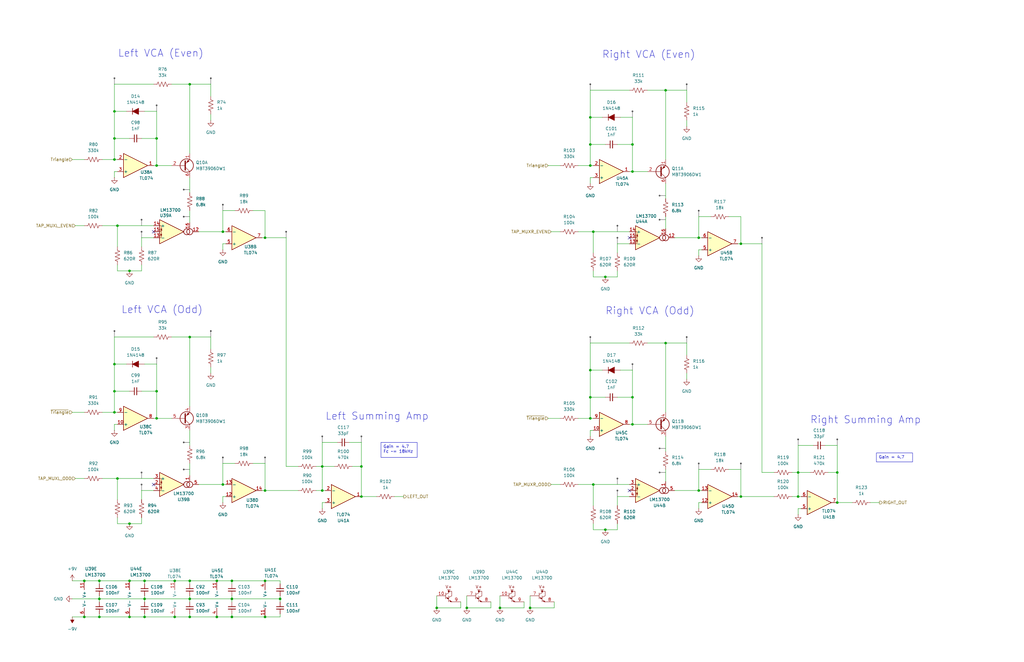
<source format=kicad_sch>
(kicad_sch (version 20250114) (generator "eeschema") (generator_version "9.0")
  (paper "USLedger")
  (title_block (title "Solid State Scanner Vibrato") (date "2024-10-27") (company "Osprey Instruments"))
  (text "Right VCA (Even)" (at 273.558 23.114 0) (effects (font (size 3.048 3.048))))
  (text "Left VCA (Odd)" (at 68.326 130.81 0) (effects (font (size 3.048 3.048))))
  (text "Right Summing Amp" (at 364.998 177.292 0) (effects (font (size 3.048 3.048))))
  (text "Right VCA (Odd)" (at 274.066 131.318 0) (effects (font (size 3.048 3.048))))
  (text "Left Summing Amp" (at 159.004 175.768 0) (effects (font (size 3.048 3.048))))
  (text "Left VCA (Even)" (at 67.818 22.606 0) (effects (font (size 3.048 3.048))))
  (text_box "Gain = 4.7\nFc ~= 18kHz" (at 160.655 186.69 0) (size 15.24 6.35) (margins 0.9525 0.9525 0.9525 0.9525) (effects (font (size 1.27 1.27)) (justify left top)))
  (text_box "Gain = 4.7" (at 369.57 191.135 0) (size 15.24 3.81) (margins 0.9525 0.9525 0.9525 0.9525) (effects (font (size 1.27 1.27)) (justify left top)))
  (junction (at 35.56 260.35))
  (junction (at 80.01 142.24))
  (junction (at 48.26 58.42))
  (junction (at 294.64 207.01))
  (junction (at 80.01 35.56))
  (junction (at 250.19 204.47))
  (junction (at 54.61 260.35))
  (junction (at 336.55 199.39))
  (junction (at 280.67 38.1))
  (junction (at 118.11 252.73))
  (junction (at 73.66 245.11))
  (junction (at 48.26 153.67))
  (junction (at 266.7 179.07))
  (junction (at 91.44 245.11))
  (junction (at 255.27 116.84))
  (junction (at 312.42 102.87))
  (junction (at 280.67 144.78))
  (junction (at 294.64 100.33))
  (junction (at 49.53 201.93))
  (junction (at 91.44 260.35))
  (junction (at 250.19 97.79))
  (junction (at 210.82 256.54))
  (junction (at 184.15 256.54))
  (junction (at 54.61 114.3))
  (junction (at 97.79 252.73))
  (junction (at 111.76 245.11))
  (junction (at 152.4 196.85))
  (junction (at 48.26 67.31))
  (junction (at 66.04 165.1))
  (junction (at 266.7 72.39))
  (junction (at 66.04 176.53))
  (junction (at 41.91 260.35))
  (junction (at 248.92 60.96))
  (junction (at 111.76 207.01))
  (junction (at 248.92 49.53))
  (junction (at 97.79 260.35))
  (junction (at 353.06 212.09))
  (junction (at 54.61 245.11))
  (junction (at 60.96 245.11))
  (junction (at 255.27 223.52))
  (junction (at 49.53 95.25))
  (junction (at 266.7 60.96))
  (junction (at 66.04 58.42))
  (junction (at 248.92 176.53))
  (junction (at 135.89 196.85))
  (junction (at 80.01 252.73))
  (junction (at 93.98 204.47))
  (junction (at 111.76 100.33))
  (junction (at 97.79 245.11))
  (junction (at 66.04 69.85))
  (junction (at 353.06 199.39))
  (junction (at 41.91 252.73))
  (junction (at 266.7 167.64))
  (junction (at 80.01 245.11))
  (junction (at 48.26 165.1))
  (junction (at 248.92 156.21))
  (junction (at 196.85 256.54))
  (junction (at 48.26 46.99))
  (junction (at 48.26 173.99))
  (junction (at 93.98 97.79))
  (junction (at 223.52 256.54))
  (junction (at 73.66 260.35))
  (junction (at 54.61 220.98))
  (junction (at 60.96 260.35))
  (junction (at 312.42 209.55))
  (junction (at 135.89 207.01))
  (junction (at 248.92 69.85))
  (junction (at 336.55 209.55))
  (junction (at 152.4 209.55))
  (junction (at 41.91 245.11))
  (junction (at 35.56 245.11))
  (junction (at 248.92 167.64))
  (junction (at 80.01 260.35))
  (junction (at 60.96 252.73))
  (junction (at 111.76 260.35))
  (no_connect (at 64.77 204.47))
  (no_connect (at 64.77 97.79))
  (no_connect (at 265.43 207.01))
  (no_connect (at 265.43 100.33))
  (wire (pts (xy 248.92 49.53) (xy 248.92 60.96)))
  (wire (pts (xy 243.84 69.85) (xy 248.92 69.85)))
  (wire (pts (xy 118.11 260.35) (xy 111.76 260.35)))
  (wire (pts (xy 231.14 176.53) (xy 236.22 176.53)))
  (wire (pts (xy 66.04 153.67) (xy 66.04 165.1)))
  (wire (pts (xy 30.48 245.11) (xy 35.56 245.11)))
  (wire (pts (xy 30.48 173.99) (xy 35.56 173.99)))
  (wire (pts (xy 60.96 259.08) (xy 60.96 260.35)))
  (wire (pts (xy 250.19 116.84) (xy 255.27 116.84)))
  (wire (pts (xy 280.67 184.15) (xy 280.67 190.5)))
  (wire (pts (xy 266.7 49.53) (xy 266.7 60.96)))
  (wire (pts (xy 294.64 91.44) (xy 299.72 91.44)))
  (wire (pts (xy 210.82 251.46) (xy 210.82 256.54)))
  (wire (pts (xy 48.26 46.99) (xy 53.34 46.99)))
  (wire (pts (xy 93.98 102.87) (xy 93.98 105.41)))
  (wire (pts (xy 83.82 97.79) (xy 93.98 97.79)))
  (wire (pts (xy 184.15 251.46) (xy 184.15 256.54)))
  (wire (pts (xy 248.92 38.1) (xy 248.92 49.53)))
  (wire (pts (xy 59.69 114.3) (xy 54.61 114.3)))
  (wire (pts (xy 250.19 204.47) (xy 265.43 204.47)))
  (wire (pts (xy 152.4 209.55) (xy 158.75 209.55)))
  (wire (pts (xy 353.06 212.09) (xy 359.41 212.09)))
  (wire (pts (xy 97.79 252.73) (xy 118.11 252.73)))
  (wire (pts (xy 232.41 204.47) (xy 236.22 204.47)))
  (wire (pts (xy 49.53 201.93) (xy 49.53 210.82)))
  (wire (pts (xy 80.01 74.93) (xy 80.01 81.28)))
  (wire (pts (xy 321.31 199.39) (xy 326.39 199.39)))
  (wire (pts (xy 49.53 114.3) (xy 54.61 114.3)))
  (wire (pts (xy 49.53 220.98) (xy 54.61 220.98)))
  (wire (pts (xy 80.01 181.61) (xy 80.01 187.96)))
  (wire (pts (xy 207.01 254) (xy 207.01 256.54)))
  (wire (pts (xy 97.79 259.08) (xy 97.79 260.35)))
  (wire (pts (xy 337.82 214.63) (xy 336.55 214.63)))
  (wire (pts (xy 59.69 207.01) (xy 59.69 210.82)))
  (wire (pts (xy 307.34 91.44) (xy 312.42 91.44)))
  (wire (pts (xy 111.76 88.9) (xy 111.76 100.33)))
  (wire (pts (xy 289.56 43.18) (xy 289.56 38.1)))
  (wire (pts (xy 260.35 60.96) (xy 266.7 60.96)))
  (wire (pts (xy 93.98 209.55) (xy 93.98 212.09)))
  (wire (pts (xy 80.01 195.58) (xy 80.01 200.66)))
  (wire (pts (xy 66.04 176.53) (xy 72.39 176.53)))
  (wire (pts (xy 54.61 245.11) (xy 60.96 245.11)))
  (wire (pts (xy 80.01 252.73) (xy 80.01 254)))
  (wire (pts (xy 250.19 220.98) (xy 250.19 223.52)))
  (wire (pts (xy 93.98 97.79) (xy 93.98 88.9)))
  (wire (pts (xy 248.92 167.64) (xy 248.92 176.53)))
  (wire (pts (xy 353.06 199.39) (xy 353.06 212.09)))
  (wire (pts (xy 266.7 72.39) (xy 273.05 72.39)))
  (wire (pts (xy 48.26 142.24) (xy 48.26 153.67)))
  (wire (pts (xy 80.01 260.35) (xy 91.44 260.35)))
  (wire (pts (xy 250.19 181.61) (xy 248.92 181.61)))
  (wire (pts (xy 60.96 153.67) (xy 66.04 153.67)))
  (wire (pts (xy 41.91 246.38) (xy 41.91 245.11)))
  (wire (pts (xy 35.56 245.11) (xy 41.91 245.11)))
  (wire (pts (xy 49.53 111.76) (xy 49.53 114.3)))
  (wire (pts (xy 294.64 198.12) (xy 299.72 198.12)))
  (wire (pts (xy 97.79 260.35) (xy 111.76 260.35)))
  (wire (pts (xy 80.01 171.45) (xy 80.01 142.24)))
  (wire (pts (xy 30.48 252.73) (xy 41.91 252.73)))
  (wire (pts (xy 152.4 196.85) (xy 152.4 209.55)))
  (wire (pts (xy 41.91 252.73) (xy 60.96 252.73)))
  (wire (pts (xy 265.43 102.87) (xy 260.35 102.87)))
  (wire (pts (xy 60.96 251.46) (xy 60.96 252.73)))
  (wire (pts (xy 118.11 251.46) (xy 118.11 252.73)))
  (wire (pts (xy 248.92 156.21) (xy 254 156.21)))
  (wire (pts (xy 118.11 252.73) (xy 118.11 254)))
  (wire (pts (xy 80.01 259.08) (xy 80.01 260.35)))
  (wire (pts (xy 367.03 212.09) (xy 370.84 212.09)))
  (wire (pts (xy 49.53 95.25) (xy 49.53 104.14)))
  (wire (pts (xy 49.53 218.44) (xy 49.53 220.98)))
  (wire (pts (xy 243.84 97.79) (xy 250.19 97.79)))
  (wire (pts (xy 41.91 245.11) (xy 54.61 245.11)))
  (wire (pts (xy 80.01 246.38) (xy 80.01 245.11)))
  (wire (pts (xy 312.42 102.87) (xy 321.31 102.87)))
  (wire (pts (xy 60.96 246.38) (xy 60.96 245.11)))
  (wire (pts (xy 80.01 251.46) (xy 80.01 252.73)))
  (wire (pts (xy 265.43 144.78) (xy 248.92 144.78)))
  (wire (pts (xy 41.91 260.35) (xy 54.61 260.35)))
  (wire (pts (xy 250.19 114.3) (xy 250.19 116.84)))
  (wire (pts (xy 60.96 245.11) (xy 73.66 245.11)))
  (wire (pts (xy 148.59 196.85) (xy 152.4 196.85)))
  (wire (pts (xy 41.91 260.35) (xy 35.56 260.35)))
  (wire (pts (xy 284.48 100.33) (xy 294.64 100.33)))
  (wire (pts (xy 295.91 100.33) (xy 294.64 100.33)))
  (wire (pts (xy 48.26 173.99) (xy 49.53 173.99)))
  (wire (pts (xy 307.34 198.12) (xy 312.42 198.12)))
  (wire (pts (xy 266.7 156.21) (xy 266.7 167.64)))
  (wire (pts (xy 347.98 187.96) (xy 353.06 187.96)))
  (wire (pts (xy 194.31 256.54) (xy 184.15 256.54)))
  (wire (pts (xy 64.77 207.01) (xy 59.69 207.01)))
  (wire (pts (xy 250.19 97.79) (xy 265.43 97.79)))
  (wire (pts (xy 248.92 156.21) (xy 248.92 167.64)))
  (wire (pts (xy 59.69 58.42) (xy 66.04 58.42)))
  (wire (pts (xy 41.91 251.46) (xy 41.91 252.73)))
  (wire (pts (xy 266.7 60.96) (xy 266.7 72.39)))
  (wire (pts (xy 66.04 165.1) (xy 66.04 176.53)))
  (wire (pts (xy 135.89 207.01) (xy 137.16 207.01)))
  (wire (pts (xy 243.84 204.47) (xy 250.19 204.47)))
  (wire (pts (xy 120.65 100.33) (xy 120.65 196.85)))
  (wire (pts (xy 118.11 246.38) (xy 118.11 245.11)))
  (wire (pts (xy 137.16 212.09) (xy 135.89 212.09)))
  (wire (pts (xy 261.62 156.21) (xy 266.7 156.21)))
  (wire (pts (xy 231.14 69.85) (xy 236.22 69.85)))
  (wire (pts (xy 93.98 204.47) (xy 93.98 195.58)))
  (wire (pts (xy 48.26 72.39) (xy 48.26 74.93)))
  (wire (pts (xy 295.91 105.41) (xy 294.64 105.41)))
  (wire (pts (xy 250.19 97.79) (xy 250.19 106.68)))
  (wire (pts (xy 95.25 209.55) (xy 93.98 209.55)))
  (wire (pts (xy 265.43 38.1) (xy 248.92 38.1)))
  (wire (pts (xy 59.69 220.98) (xy 54.61 220.98)))
  (wire (pts (xy 280.67 67.31) (xy 280.67 38.1)))
  (wire (pts (xy 194.31 254) (xy 194.31 256.54)))
  (wire (pts (xy 223.52 251.46) (xy 223.52 256.54)))
  (wire (pts (xy 30.48 67.31) (xy 35.56 67.31)))
  (wire (pts (xy 43.18 95.25) (xy 49.53 95.25)))
  (wire (pts (xy 43.18 67.31) (xy 48.26 67.31)))
  (wire (pts (xy 135.89 212.09) (xy 135.89 214.63)))
  (wire (pts (xy 49.53 72.39) (xy 48.26 72.39)))
  (wire (pts (xy 207.01 256.54) (xy 196.85 256.54)))
  (wire (pts (xy 248.92 176.53) (xy 250.19 176.53)))
  (wire (pts (xy 48.26 35.56) (xy 48.26 46.99)))
  (wire (pts (xy 111.76 245.11) (xy 118.11 245.11)))
  (wire (pts (xy 312.42 209.55) (xy 311.15 209.55)))
  (wire (pts (xy 97.79 245.11) (xy 111.76 245.11)))
  (wire (pts (xy 111.76 207.01) (xy 110.49 207.01)))
  (wire (pts (xy 280.67 173.99) (xy 280.67 144.78)))
  (wire (pts (xy 64.77 142.24) (xy 48.26 142.24)))
  (wire (pts (xy 106.68 195.58) (xy 111.76 195.58)))
  (wire (pts (xy 284.48 207.01) (xy 294.64 207.01)))
  (wire (pts (xy 248.92 69.85) (xy 250.19 69.85)))
  (wire (pts (xy 43.18 173.99) (xy 48.26 173.99)))
  (wire (pts (xy 266.7 72.39) (xy 265.43 72.39)))
  (wire (pts (xy 93.98 195.58) (xy 99.06 195.58)))
  (wire (pts (xy 342.9 187.96) (xy 336.55 187.96)))
  (wire (pts (xy 80.01 142.24) (xy 88.9 142.24)))
  (wire (pts (xy 80.01 64.77) (xy 80.01 35.56)))
  (wire (pts (xy 147.32 186.69) (xy 152.4 186.69)))
  (wire (pts (xy 280.67 198.12) (xy 280.67 203.2)))
  (wire (pts (xy 233.68 254) (xy 233.68 256.54)))
  (wire (pts (xy 248.92 60.96) (xy 255.27 60.96)))
  (wire (pts (xy 43.18 201.93) (xy 49.53 201.93)))
  (wire (pts (xy 31.75 95.25) (xy 35.56 95.25)))
  (wire (pts (xy 294.64 105.41) (xy 294.64 107.95)))
  (wire (pts (xy 250.19 223.52) (xy 255.27 223.52)))
  (wire (pts (xy 196.85 251.46) (xy 196.85 256.54)))
  (wire (pts (xy 48.26 153.67) (xy 53.34 153.67)))
  (wire (pts (xy 260.35 102.87) (xy 260.35 106.68)))
  (wire (pts (xy 295.91 207.01) (xy 294.64 207.01)))
  (wire (pts (xy 91.44 260.35) (xy 97.79 260.35)))
  (wire (pts (xy 48.26 46.99) (xy 48.26 58.42)))
  (wire (pts (xy 294.64 100.33) (xy 294.64 91.44)))
  (wire (pts (xy 280.67 77.47) (xy 280.67 83.82)))
  (wire (pts (xy 250.19 74.93) (xy 248.92 74.93)))
  (wire (pts (xy 60.96 252.73) (xy 60.96 254)))
  (wire (pts (xy 72.39 142.24) (xy 80.01 142.24)))
  (wire (pts (xy 111.76 195.58) (xy 111.76 207.01)))
  (wire (pts (xy 88.9 154.94) (xy 88.9 157.48)))
  (wire (pts (xy 133.35 207.01) (xy 135.89 207.01)))
  (wire (pts (xy 266.7 167.64) (xy 266.7 179.07)))
  (wire (pts (xy 48.26 67.31) (xy 49.53 67.31)))
  (wire (pts (xy 93.98 88.9) (xy 99.06 88.9)))
  (wire (pts (xy 83.82 204.47) (xy 93.98 204.47)))
  (wire (pts (xy 66.04 69.85) (xy 72.39 69.85)))
  (wire (pts (xy 294.64 207.01) (xy 294.64 198.12)))
  (wire (pts (xy 334.01 209.55) (xy 336.55 209.55)))
  (wire (pts (xy 349.25 199.39) (xy 353.06 199.39)))
  (wire (pts (xy 49.53 201.93) (xy 64.77 201.93)))
  (wire (pts (xy 312.42 102.87) (xy 311.15 102.87)))
  (wire (pts (xy 336.55 187.96) (xy 336.55 199.39)))
  (wire (pts (xy 321.31 102.87) (xy 321.31 199.39)))
  (wire (pts (xy 166.37 209.55) (xy 170.18 209.55)))
  (wire (pts (xy 336.55 199.39) (xy 336.55 209.55)))
  (wire (pts (xy 66.04 46.99) (xy 66.04 58.42)))
  (wire (pts (xy 97.79 252.73) (xy 97.79 254)))
  (wire (pts (xy 31.75 201.93) (xy 35.56 201.93)))
  (wire (pts (xy 336.55 199.39) (xy 341.63 199.39)))
  (wire (pts (xy 59.69 165.1) (xy 66.04 165.1)))
  (wire (pts (xy 336.55 214.63) (xy 336.55 217.17)))
  (wire (pts (xy 280.67 91.44) (xy 280.67 96.52)))
  (wire (pts (xy 260.35 114.3) (xy 260.35 116.84)))
  (wire (pts (xy 243.84 176.53) (xy 248.92 176.53)))
  (wire (pts (xy 48.26 153.67) (xy 48.26 165.1)))
  (wire (pts (xy 59.69 100.33) (xy 59.69 104.14)))
  (wire (pts (xy 73.66 260.35) (xy 80.01 260.35)))
  (wire (pts (xy 111.76 100.33) (xy 120.65 100.33)))
  (wire (pts (xy 73.66 245.11) (xy 80.01 245.11)))
  (wire (pts (xy 41.91 252.73) (xy 41.91 254)))
  (wire (pts (xy 66.04 69.85) (xy 64.77 69.85)))
  (wire (pts (xy 72.39 35.56) (xy 80.01 35.56)))
  (wire (pts (xy 80.01 88.9) (xy 80.01 93.98)))
  (wire (pts (xy 88.9 147.32) (xy 88.9 142.24)))
  (wire (pts (xy 80.01 252.73) (xy 97.79 252.73)))
  (wire (pts (xy 273.05 144.78) (xy 280.67 144.78)))
  (wire (pts (xy 248.92 74.93) (xy 248.92 77.47)))
  (wire (pts (xy 232.41 97.79) (xy 236.22 97.79)))
  (wire (pts (xy 48.26 58.42) (xy 48.26 67.31)))
  (wire (pts (xy 48.26 165.1) (xy 54.61 165.1)))
  (wire (pts (xy 60.96 260.35) (xy 73.66 260.35)))
  (wire (pts (xy 97.79 246.38) (xy 97.79 245.11)))
  (wire (pts (xy 152.4 186.69) (xy 152.4 196.85)))
  (wire (pts (xy 41.91 259.08) (xy 41.91 260.35)))
  (wire (pts (xy 265.43 209.55) (xy 260.35 209.55)))
  (wire (pts (xy 248.92 60.96) (xy 248.92 69.85)))
  (wire (pts (xy 106.68 88.9) (xy 111.76 88.9)))
  (wire (pts (xy 135.89 186.69) (xy 135.89 196.85)))
  (wire (pts (xy 312.42 198.12) (xy 312.42 209.55)))
  (wire (pts (xy 289.56 157.48) (xy 289.56 160.02)))
  (wire (pts (xy 312.42 209.55) (xy 326.39 209.55)))
  (wire (pts (xy 97.79 251.46) (xy 97.79 252.73)))
  (wire (pts (xy 48.26 179.07) (xy 48.26 181.61)))
  (wire (pts (xy 248.92 167.64) (xy 255.27 167.64)))
  (wire (pts (xy 280.67 38.1) (xy 289.56 38.1)))
  (wire (pts (xy 54.61 260.35) (xy 60.96 260.35)))
  (wire (pts (xy 334.01 199.39) (xy 336.55 199.39)))
  (wire (pts (xy 260.35 223.52) (xy 255.27 223.52)))
  (wire (pts (xy 260.35 209.55) (xy 260.35 213.36)))
  (wire (pts (xy 312.42 91.44) (xy 312.42 102.87)))
  (wire (pts (xy 135.89 196.85) (xy 135.89 207.01)))
  (wire (pts (xy 220.98 256.54) (xy 210.82 256.54)))
  (wire (pts (xy 60.96 46.99) (xy 66.04 46.99)))
  (wire (pts (xy 294.64 212.09) (xy 294.64 214.63)))
  (wire (pts (xy 95.25 97.79) (xy 93.98 97.79)))
  (wire (pts (xy 48.26 58.42) (xy 54.61 58.42)))
  (wire (pts (xy 66.04 58.42) (xy 66.04 69.85)))
  (wire (pts (xy 91.44 245.11) (xy 97.79 245.11)))
  (wire (pts (xy 59.69 218.44) (xy 59.69 220.98)))
  (wire (pts (xy 30.48 260.35) (xy 35.56 260.35)))
  (wire (pts (xy 260.35 220.98) (xy 260.35 223.52)))
  (wire (pts (xy 233.68 256.54) (xy 223.52 256.54)))
  (wire (pts (xy 120.65 196.85) (xy 125.73 196.85)))
  (wire (pts (xy 220.98 254) (xy 220.98 256.54)))
  (wire (pts (xy 289.56 149.86) (xy 289.56 144.78)))
  (wire (pts (xy 64.77 100.33) (xy 59.69 100.33)))
  (wire (pts (xy 49.53 95.25) (xy 64.77 95.25)))
  (wire (pts (xy 95.25 204.47) (xy 93.98 204.47)))
  (wire (pts (xy 266.7 179.07) (xy 265.43 179.07)))
  (wire (pts (xy 261.62 49.53) (xy 266.7 49.53)))
  (wire (pts (xy 88.9 40.64) (xy 88.9 35.56)))
  (wire (pts (xy 111.76 100.33) (xy 110.49 100.33)))
  (wire (pts (xy 60.96 252.73) (xy 80.01 252.73)))
  (wire (pts (xy 336.55 209.55) (xy 337.82 209.55)))
  (wire (pts (xy 248.92 49.53) (xy 254 49.53)))
  (wire (pts (xy 135.89 196.85) (xy 140.97 196.85)))
  (wire (pts (xy 49.53 179.07) (xy 48.26 179.07)))
  (wire (pts (xy 95.25 102.87) (xy 93.98 102.87)))
  (wire (pts (xy 248.92 144.78) (xy 248.92 156.21)))
  (wire (pts (xy 48.26 165.1) (xy 48.26 173.99)))
  (wire (pts (xy 260.35 116.84) (xy 255.27 116.84)))
  (wire (pts (xy 273.05 38.1) (xy 280.67 38.1)))
  (wire (pts (xy 66.04 176.53) (xy 64.77 176.53)))
  (wire (pts (xy 88.9 48.26) (xy 88.9 50.8)))
  (wire (pts (xy 80.01 245.11) (xy 91.44 245.11)))
  (wire (pts (xy 250.19 204.47) (xy 250.19 213.36)))
  (wire (pts (xy 118.11 259.08) (xy 118.11 260.35)))
  (wire (pts (xy 289.56 50.8) (xy 289.56 53.34)))
  (wire (pts (xy 59.69 111.76) (xy 59.69 114.3)))
  (wire (pts (xy 80.01 35.56) (xy 88.9 35.56)))
  (wire (pts (xy 64.77 35.56) (xy 48.26 35.56)))
  (wire (pts (xy 280.67 144.78) (xy 289.56 144.78)))
  (wire (pts (xy 248.92 181.61) (xy 248.92 184.15)))
  (wire (pts (xy 295.91 212.09) (xy 294.64 212.09)))
  (wire (pts (xy 353.06 187.96) (xy 353.06 199.39)))
  (wire (pts (xy 260.35 167.64) (xy 266.7 167.64)))
  (wire (pts (xy 133.35 196.85) (xy 135.89 196.85)))
  (wire (pts (xy 266.7 179.07) (xy 273.05 179.07)))
  (wire (pts (xy 111.76 207.01) (xy 125.73 207.01)))
  (wire (pts (xy 142.24 186.69) (xy 135.89 186.69)))
  (hierarchical_label "~{Triangle}" (shape input) (at 30.48 173.99 180))
  (hierarchical_label "LEFT_OUT" (shape output) (at 170.18 209.55 0))
  (hierarchical_label "TAP_MUXR_EVEN" (shape input) (at 232.41 97.79 180))
  (hierarchical_label "~{Triangle}" (shape input) (at 231.14 176.53 180))
  (hierarchical_label "Triangle" (shape input) (at 30.48 67.31 180))
  (hierarchical_label "TAP_MUXL_ODD" (shape input) (at 31.75 201.93 180))
  (hierarchical_label "Triangle" (shape input) (at 231.14 69.85 180))
  (hierarchical_label "TAP_MUXR_ODD" (shape input) (at 232.41 204.47 180))
  (hierarchical_label "RIGHT_OUT" (shape output) (at 370.84 212.09 0))
  (hierarchical_label "TAP_MUXL_EVEN" (shape input) (at 31.75 95.25 180))
  (netclass_flag "" (length 2.54) (shape dot) (at 336.55 187.96 0) (property "Netclass" "SIG" (effects (hide yes))))
  (netclass_flag "" (length 2.54) (shape dot) (at 48.26 142.24 0) (property "Netclass" "SIG" (effects (hide yes))))
  (netclass_flag "" (length 2.54) (shape dot) (at 248.92 144.78 0) (property "Netclass" "SIG" (effects (hide yes))))
  (netclass_flag "" (length 2.54) (shape dot) (at 260.35 209.55 0) (property "Netclass" "SIG" (effects (hide yes))))
  (netclass_flag "" (length 2.54) (shape dot) (at 321.31 102.87 0) (property "Netclass" "SIG" (effects (hide yes))))
  (netclass_flag "" (length 2.54) (shape dot) (at 59.69 95.25 0) (property "Netclass" "SIG" (effects (hide yes))))
  (netclass_flag "" (length 2.54) (shape dot) (at 312.42 198.12 0) (property "Netclass" "SIG" (effects (hide yes))))
  (netclass_flag "" (length 2.54) (shape dot) (at 66.04 153.67 0) (property "Netclass" "SIG" (effects (hide yes))))
  (netclass_flag "" (length 2.54) (shape dot) (at 59.69 201.93 0) (property "Netclass" "SIG" (effects (hide yes))))
  (netclass_flag "" (length 2.54) (shape dot) (at 260.35 102.87 0) (property "Netclass" "SIG" (effects (hide yes))))
  (netclass_flag "" (length 2.54) (shape dot) (at 80.01 91.44 90) (property "Netclass" "SIG" (effects (hide yes))))
  (netclass_flag "" (length 2.54) (shape dot) (at 260.35 97.79 0) (property "Netclass" "SIG" (effects (hide yes))))
  (netclass_flag "" (length 2.54) (shape dot) (at 88.9 142.24 0) (property "Netclass" "SIG" (effects (hide yes))))
  (netclass_flag "" (length 2.54) (shape dot) (at 266.7 156.21 0) (property "Netclass" "SIG" (effects (hide yes))))
  (netclass_flag "" (length 2.54) (shape dot) (at 152.4 186.69 0) (property "Netclass" "SIG" (effects (hide yes))))
  (netclass_flag "" (length 2.54) (shape dot) (at 80.01 198.12 90) (property "Netclass" "SIG" (effects (hide yes))))
  (netclass_flag "" (length 2.54) (shape dot) (at 59.69 100.33 0) (property "Netclass" "SIG" (effects (hide yes))))
  (netclass_flag "" (length 2.54) (shape dot) (at 280.67 199.39 90) (property "Netclass" "SIG" (effects (hide yes))))
  (netclass_flag "" (length 2.54) (shape dot) (at 135.89 186.69 0) (property "Netclass" "SIG" (effects (hide yes))))
  (netclass_flag "" (length 2.54) (shape dot) (at 93.98 88.9 0) (property "Netclass" "SIG" (effects (hide yes))))
  (netclass_flag "" (length 2.54) (shape dot) (at 280.67 92.71 90) (property "Netclass" "SIG" (effects (hide yes))))
  (netclass_flag "" (length 2.54) (shape dot) (at 80.01 186.69 90) (property "Netclass" "SIG" (effects (hide yes))))
  (netclass_flag "" (length 2.54) (shape dot) (at 280.67 189.23 90) (property "Netclass" "SIG" (effects (hide yes))))
  (netclass_flag "" (length 2.54) (shape dot) (at 353.06 187.96 0) (property "Netclass" "SIG" (effects (hide yes))))
  (netclass_flag "" (length 2.54) (shape dot) (at 280.67 82.55 90) (property "Netclass" "SIG" (effects (hide yes))))
  (netclass_flag "" (length 2.54) (shape dot) (at 248.92 38.1 0) (property "Netclass" "SIG" (effects (hide yes))))
  (netclass_flag "" (length 2.54) (shape dot) (at 120.65 100.33 0) (property "Netclass" "SIG" (effects (hide yes))))
  (netclass_flag "" (length 2.54) (shape dot) (at 59.69 207.01 0) (property "Netclass" "SIG" (effects (hide yes))))
  (netclass_flag "" (length 2.54) (shape dot) (at 66.04 46.99 0) (property "Netclass" "SIG" (effects (hide yes))))
  (netclass_flag "" (length 2.54) (shape dot) (at 111.76 195.58 0) (property "Netclass" "SIG" (effects (hide yes))))
  (netclass_flag "" (length 2.54) (shape dot) (at 88.9 35.56 0) (property "Netclass" "SIG" (effects (hide yes))))
  (netclass_flag "" (length 2.54) (shape dot) (at 289.56 38.1 0) (property "Netclass" "SIG" (effects (hide yes))))
  (netclass_flag "" (length 2.54) (shape dot) (at 80.01 80.01 90) (property "Netclass" "SIG" (effects (hide yes))))
  (netclass_flag "" (length 2.54) (shape dot) (at 260.35 204.47 0) (property "Netclass" "SIG" (effects (hide yes))))
  (netclass_flag "" (length 2.54) (shape dot) (at 289.56 144.78 0) (property "Netclass" "SIG" (effects (hide yes))))
  (netclass_flag "" (length 2.54) (shape dot) (at 93.98 195.58 0) (property "Netclass" "SIG" (effects (hide yes))))
  (netclass_flag "" (length 2.54) (shape dot) (at 266.7 49.53 0) (property "Netclass" "SIG" (effects (hide yes))))
  (netclass_flag "" (length 2.54) (shape dot) (at 48.26 35.56 0) (property "Netclass" "SIG" (effects (hide yes))))
  (netclass_flag "" (length 2.54) (shape dot) (at 294.64 198.12 0) (property "Netclass" "SIG" (effects (hide yes))))
  (netclass_flag "" (length 2.54) (shape dot) (at 294.64 91.44 0) (property "Netclass" "SIG" (effects (hide yes))))
  (symbol (lib_id "power:GND") (at 135.89 214.63 0) (unit 1)
    (property "Reference" "#PWR0177" (effects (hide yes)))
    (property "Value" "GND" (at 135.89 219.71 0))
    (property "Description" "Power symbol creates a global label with name \"GND\" , ground" (effects (hide yes)))
  )
  (symbol (lib_id "OspreyIntruments:LM13700") (at 189.23 251.46 0) (unit 3)
    (property "Reference" "U39" (at 189.23 241.3 0))
    (property "Value" "LM13700" (at 189.23 243.84 0))
    (property "Footprint" "Package_SO:SOIC-16_3.9x9.9mm_P1.27mm" (effects (hide yes)))
    (property "Datasheet" "https://rocelec.widen.net/view/pdf/i0whh3ljrz/snosbw2f.pdf?t.download=true&u=5oefqw" (effects (hide yes)))
    (property "Description" "IC OPAMP TRANSCOND 2 CIRC 16SOIC" (effects (hide yes)))
    (property "Manufacturer" "Texas Instruments" (effects (hide yes)))
    (property "Part Number" "LM13700MX/NOPB" (effects (hide yes)))
  )
  (symbol (lib_id "Device:C_Small") (at 144.78 186.69 90) (unit 1)
    (property "Reference" "C117" (at 144.7863 180.34 90))
    (property "Value" "33pF" (at 144.7863 182.88 90))
    (property "Footprint" "Capacitor_SMD:C_0603_1608Metric" (effects (hide yes)))
    (property "Description" "Unpolarized capacitor, small symbol" (effects (hide yes)))
  )
  (symbol (lib_id "power:GND") (at 294.64 107.95 0) (unit 1)
    (property "Reference" "#PWR0187" (effects (hide yes)))
    (property "Value" "GND" (at 294.64 113.03 0))
    (property "Description" "Power symbol creates a global label with name \"GND\" , ground" (effects (hide yes)))
  )
  (symbol (lib_id "Device:R_US") (at 303.53 198.12 270) (unit 1)
    (property "Reference" "R118" (at 303.53 191.77 90))
    (property "Value" "18k" (at 303.53 194.31 90))
    (property "Footprint" "Resistor_SMD:R_0603_1608Metric" (effects (hide yes)))
    (property "Description" "Resistor, US symbol" (effects (hide yes)))
  )
  (symbol (lib_id "Device:R_US") (at 80.01 191.77 180) (unit 1)
    (property "Reference" "R96" (at 82.55 190.4999 0) (effects (justify right)))
    (property "Value" "6.8k" (at 82.55 193.0399 0) (effects (justify right)))
    (property "Footprint" "Resistor_SMD:R_0603_1608Metric" (effects (hide yes)))
    (property "Description" "Resistor, US symbol" (effects (hide yes)))
  )
  (symbol (lib_id "Device:R_US") (at 250.19 217.17 180) (unit 1)
    (property "Reference" "R108" (at 252.73 215.8999 0) (effects (justify right)))
    (property "Value" "620R" (at 252.73 218.4399 0) (effects (justify right)))
    (property "Footprint" "Resistor_SMD:R_0603_1608Metric" (effects (hide yes)))
    (property "Description" "Resistor, US symbol" (effects (hide yes)))
  )
  (symbol (lib_id "power:GND") (at 54.61 114.3 0) (unit 1)
    (property "Reference" "#PWR0169" (effects (hide yes)))
    (property "Value" "GND" (at 54.61 119.38 0))
    (property "Description" "Power symbol creates a global label with name \"GND\" , ground" (effects (hide yes)))
  )
  (symbol (lib_id "Device:C_Small") (at 57.15 58.42 90) (unit 1)
    (property "Reference" "C98" (at 57.1563 51.724 90))
    (property "Value" "1nF" (at 57.1563 54.264 90))
    (property "Footprint" "Capacitor_SMD:C_0603_1608Metric" (effects (hide yes)))
    (property "Description" "Unpolarized capacitor, small symbol" (effects (hide yes)))
  )
  (symbol (lib_id "Device:C_Small") (at 57.15 165.1 90) (unit 1)
    (property "Reference" "C99" (at 57.1563 158.404 90))
    (property "Value" "1nF" (at 57.1563 160.944 90))
    (property "Footprint" "Capacitor_SMD:C_0603_1608Metric" (effects (hide yes)))
    (property "Description" "Unpolarized capacitor, small symbol" (effects (hide yes)))
  )
  (symbol (lib_id "Amplifier_Operational:TL074") (at 93.98 252.73 0) (mirror x) (unit 5)
    (property "Reference" "U45" (at 94.234 240.792 0) (effects (justify right)))
    (property "Value" "TL074" (at 94.234 243.332 0) (effects (justify right)))
    (property "Footprint" "Package_SO:TSSOP-14_4.4x5mm_P0.65mm" (effects (hide yes)))
    (property "Datasheet" "https://www.ti.com/lit/ds/symlink/tl071h.pdf" (effects (hide yes)))
    (property "Description" "Quad Low-Noise JFET-Input Operational Amplifiers, DIP-14/SOIC-14" (effects (hide yes)))
    (property "Manufacturer" "Texas Instruments" (effects (hide yes)))
    (property "Part Number" "TL074HIPWR" (effects (hide yes)))
  )
  (symbol (lib_id "Amplifier_Operational:TL074") (at 303.53 102.87 0) (mirror x) (unit 2)
    (property "Reference" "U45" (at 306.324 106.68 0))
    (property "Value" "TL074" (at 306.324 109.22 0))
    (property "Footprint" "Package_SO:TSSOP-14_4.4x5mm_P0.65mm" (effects (hide yes)))
    (property "Datasheet" "https://www.ti.com/lit/ds/symlink/tl071h.pdf" (effects (hide yes)))
    (property "Description" "Quad Low-Noise JFET-Input Operational Amplifiers, DIP-14/SOIC-14" (effects (hide yes)))
    (property "Manufacturer" "Texas Instruments" (effects (hide yes)))
    (property "Part Number" "TL074HIPWR" (effects (hide yes)))
  )
  (symbol (lib_id "Device:C_Small") (at 41.91 248.92 0) (unit 1)
    (property "Reference" "C106" (at 44.45 247.6562 0) (effects (justify left)))
    (property "Value" "100nF" (at 44.45 250.1962 0) (effects (justify left)))
    (property "Footprint" "Capacitor_SMD:C_0603_1608Metric" (effects (hide yes)))
    (property "Description" "Unpolarized capacitor, small symbol" (effects (hide yes)))
  )
  (symbol (lib_id "power:GND") (at 30.48 252.73 270) (unit 1)
    (property "Reference" "#PWR0191" (effects (hide yes)))
    (property "Value" "GND" (at 26.67 252.7299 90) (effects (justify right)))
    (property "Description" "Power symbol creates a global label with name \"GND\" , ground" (effects (hide yes)))
  )
  (symbol (lib_id "Device:R_US") (at 280.67 87.63 180) (unit 1)
    (property "Reference" "R113" (at 283.21 86.3599 0) (effects (justify right)))
    (property "Value" "6.8k" (at 283.21 88.8999 0) (effects (justify right)))
    (property "Footprint" "Resistor_SMD:R_0603_1608Metric" (effects (hide yes)))
    (property "Description" "Resistor, US symbol" (effects (hide yes)))
  )
  (symbol (lib_id "Device:R_US") (at 144.78 196.85 270) (unit 1)
    (property "Reference" "R100" (at 144.78 190.5 90))
    (property "Value" "470k" (at 144.78 193.04 90))
    (property "Footprint" "Resistor_SMD:R_0603_1608Metric" (effects (hide yes)))
    (property "Description" "Resistor, US symbol" (effects (hide yes)))
  )
  (symbol (lib_id "Device:C_Small") (at 118.11 248.92 0) (unit 1)
    (property "Reference" "C110" (at 120.65 247.6562 0) (effects (justify left)))
    (property "Value" "100nF" (at 120.65 250.1962 0) (effects (justify left)))
    (property "Footprint" "Capacitor_SMD:C_0603_1608Metric" (effects (hide yes)))
    (property "Description" "Unpolarized capacitor, small symbol" (effects (hide yes)))
  )
  (symbol (lib_id "Device:D_Filled") (at 57.15 46.99 0) (unit 1)
    (property "Reference" "D14" (at 57.15 40.64 0))
    (property "Value" "1N4148" (at 57.15 43.18 0))
    (property "Footprint" "Diode_SMD:D_SOD-523" (effects (hide yes)))
    (property "Description" "Diode, filled shape" (effects (hide yes)))
    (property "Sim.Device" "D" (effects (hide yes)))
    (property "Sim.Pins" "1=K 2=A" (effects (hide yes)))
    (property "Manufacturer" "onsemi" (effects (hide yes)))
    (property "Part Number" "1N4148WT" (effects (hide yes)))
  )
  (symbol (lib_id "Device:C_Small") (at 345.44 187.96 90) (unit 1)
    (property "Reference" "C118" (at 345.4463 181.61 90))
    (property "Value" "33pF" (at 345.4463 184.15 90))
    (property "Footprint" "Capacitor_SMD:C_0603_1608Metric" (effects (hide yes)))
    (property "Description" "Unpolarized capacitor, small symbol" (effects (hide yes)))
  )
  (symbol (lib_id "Device:R_US") (at 39.37 67.31 270) (unit 1)
    (property "Reference" "R80" (at 39.37 60.96 90))
    (property "Value" "330k" (at 39.37 63.5 90))
    (property "Footprint" "Resistor_SMD:R_0603_1608Metric" (effects (hide yes)))
    (property "Description" "Resistor, US symbol" (effects (hide yes)))
  )
  (symbol (lib_id "Amplifier_Operational:TL074") (at 303.53 209.55 0) (mirror x) (unit 4)
    (property "Reference" "U45" (at 307.086 213.614 0))
    (property "Value" "TL074" (at 307.086 216.154 0))
    (property "Footprint" "Package_SO:TSSOP-14_4.4x5mm_P0.65mm" (effects (hide yes)))
    (property "Datasheet" "https://www.ti.com/lit/ds/symlink/tl071h.pdf" (effects (hide yes)))
    (property "Description" "Quad Low-Noise JFET-Input Operational Amplifiers, DIP-14/SOIC-14" (effects (hide yes)))
    (property "Manufacturer" "Texas Instruments" (effects (hide yes)))
    (property "Part Number" "TL074HIPWR" (effects (hide yes)))
  )
  (symbol (lib_id "Device:R_US") (at 39.37 95.25 270) (unit 1)
    (property "Reference" "R82" (at 39.37 88.9 90))
    (property "Value" "100k" (at 39.37 91.44 90))
    (property "Footprint" "Resistor_SMD:R_0603_1608Metric" (effects (hide yes)))
    (property "Description" "Resistor, US symbol" (effects (hide yes)))
  )
  (symbol (lib_id "Device:R_US") (at 240.03 97.79 270) (unit 1)
    (property "Reference" "R104" (at 240.03 91.44 90))
    (property "Value" "100k" (at 240.03 93.98 90))
    (property "Footprint" "Resistor_SMD:R_0603_1608Metric" (effects (hide yes)))
    (property "Description" "Resistor, US symbol" (effects (hide yes)))
  )
  (symbol (lib_id "Amplifier_Operational:TL074") (at 345.44 212.09 0) (mirror x) (unit 2)
    (property "Reference" "U41" (at 349.504 218.186 0))
    (property "Value" "TL074" (at 349.504 215.646 0))
    (property "Footprint" "Package_SO:TSSOP-14_4.4x5mm_P0.65mm" (effects (hide yes)))
    (property "Datasheet" "https://www.ti.com/lit/ds/symlink/tl071h.pdf" (effects (hide yes)))
    (property "Description" "Quad Low-Noise JFET-Input Operational Amplifiers, DIP-14/SOIC-14" (effects (hide yes)))
    (property "Manufacturer" "Texas Instruments" (effects (hide yes)))
    (property "Part Number" "TL074HIPWR" (effects (hide yes)))
  )
  (symbol (lib_id "power:GND") (at 196.85 256.54 0) (unit 1)
    (property "Reference" "#PWR0176" (effects (hide yes)))
    (property "Value" "GND" (at 196.85 261.62 0))
    (property "Description" "Power symbol creates a global label with name \"GND\" , ground" (effects (hide yes)))
  )
  (symbol (lib_id "Device:R_US") (at 162.56 209.55 270) (unit 1)
    (property "Reference" "R102" (at 162.56 203.2 90))
    (property "Value" "1k" (at 162.56 205.74 90))
    (property "Footprint" "Resistor_SMD:R_0603_1608Metric" (effects (hide yes)))
    (property "Description" "Resistor, US symbol" (effects (hide yes)))
  )
  (symbol (lib_id "power:GND") (at 184.15 256.54 0) (unit 1)
    (property "Reference" "#PWR0175" (effects (hide yes)))
    (property "Value" "GND" (at 184.15 261.62 0))
    (property "Description" "Power symbol creates a global label with name \"GND\" , ground" (effects (hide yes)))
  )
  (symbol (lib_id "Device:R_US") (at 102.87 88.9 270) (unit 1)
    (property "Reference" "R89" (at 102.87 82.55 90))
    (property "Value" "18k" (at 102.87 85.09 90))
    (property "Footprint" "Resistor_SMD:R_0603_1608Metric" (effects (hide yes)))
    (property "Description" "Resistor, US symbol" (effects (hide yes)))
  )
  (symbol (lib_id "power:GND") (at 248.92 77.47 0) (unit 1)
    (property "Reference" "#PWR0181" (effects (hide yes)))
    (property "Value" "GND" (at 248.92 82.55 0))
    (property "Description" "Power symbol creates a global label with name \"GND\" , ground" (effects (hide yes)))
  )
  (symbol (lib_id "power:GND") (at 255.27 116.84 0) (unit 1)
    (property "Reference" "#PWR0183" (effects (hide yes)))
    (property "Value" "GND" (at 255.27 121.92 0))
    (property "Description" "Power symbol creates a global label with name \"GND\" , ground" (effects (hide yes)))
  )
  (symbol (lib_id "Device:R_US") (at 88.9 151.13 180) (unit 1)
    (property "Reference" "R97" (at 91.44 149.8599 0) (effects (justify right)))
    (property "Value" "1k" (at 91.44 152.3999 0) (effects (justify right)))
    (property "Footprint" "Resistor_SMD:R_0603_1608Metric" (effects (hide yes)))
    (property "Description" "Resistor, US symbol" (effects (hide yes)))
  )
  (symbol (lib_id "power:GND") (at 48.26 74.93 0) (unit 1)
    (property "Reference" "#PWR0167" (effects (hide yes)))
    (property "Value" "GND" (at 48.26 80.01 0))
    (property "Description" "Power symbol creates a global label with name \"GND\" , ground" (effects (hide yes)))
  )
  (symbol (lib_id "power:GND") (at 255.27 223.52 0) (unit 1)
    (property "Reference" "#PWR0184" (effects (hide yes)))
    (property "Value" "GND" (at 255.27 228.6 0))
    (property "Description" "Power symbol creates a global label with name \"GND\" , ground" (effects (hide yes)))
  )
  (symbol (lib_id "power:GND") (at 210.82 256.54 0) (unit 1)
    (property "Reference" "#PWR0179" (effects (hide yes)))
    (property "Value" "GND" (at 210.82 261.62 0))
    (property "Description" "Power symbol creates a global label with name \"GND\" , ground" (effects (hide yes)))
  )
  (symbol (lib_id "power:+9V") (at 30.48 245.11 0) (unit 1)
    (property "Reference" "#PWR0192" (effects (hide yes)))
    (property "Value" "+9V" (at 30.48 240.03 0))
    (property "Description" "Power symbol creates a global label with name \"+9V\"" (effects (hide yes)))
  )
  (symbol (lib_id "Device:D_Filled") (at 57.15 153.67 0) (unit 1)
    (property "Reference" "D15" (at 57.15 147.32 0))
    (property "Value" "1N4148" (at 57.15 149.86 0))
    (property "Footprint" "Diode_SMD:D_SOD-523" (effects (hide yes)))
    (property "Description" "Diode, filled shape" (effects (hide yes)))
    (property "Sim.Device" "D" (effects (hide yes)))
    (property "Sim.Pins" "1=K 2=A" (effects (hide yes)))
    (property "Manufacturer" "onsemi" (effects (hide yes)))
    (property "Part Number" "1N4148WT" (effects (hide yes)))
  )
  (symbol (lib_id "power:GND") (at 289.56 160.02 0) (unit 1)
    (property "Reference" "#PWR0186" (effects (hide yes)))
    (property "Value" "GND" (at 289.56 165.1 0))
    (property "Description" "Power symbol creates a global label with name \"GND\" , ground" (effects (hide yes)))
  )
  (symbol (lib_id "Device:R_US") (at 240.03 176.53 270) (unit 1)
    (property "Reference" "R105" (at 240.03 170.18 90))
    (property "Value" "330k" (at 240.03 172.72 90))
    (property "Footprint" "Resistor_SMD:R_0603_1608Metric" (effects (hide yes)))
    (property "Description" "Resistor, US symbol" (effects (hide yes)))
  )
  (symbol (lib_id "Device:R_US") (at 39.37 201.93 270) (unit 1)
    (property "Reference" "R92" (at 39.37 195.58 90))
    (property "Value" "100k" (at 39.37 198.12 90))
    (property "Footprint" "Resistor_SMD:R_0603_1608Metric" (effects (hide yes)))
    (property "Description" "Resistor, US symbol" (effects (hide yes)))
  )
  (symbol (lib_id "Transistor_BJT:MBT3906DW1") (at 77.47 69.85 0) (mirror x) (unit 1)
    (property "Reference" "Q10" (at 82.55 68.5799 0) (effects (justify left)))
    (property "Value" "MBT3906DW1" (at 82.55 71.1199 0) (effects (justify left)))
    (property "Footprint" "Package_TO_SOT_SMD:SOT-363_SC-70-6" (effects (hide yes)))
    (property "Datasheet" "http://www.onsemi.com/pub_link/Collateral/MBT3906DW1T1-D.PDF" (effects (hide yes)))
    (property "Description" "200mA IC, 40V Vce, Dual PNP/PNP Transistors, SOT-363" (effects (hide yes)))
    (property "Manufacturer" "onsemi" (effects (hide yes)))
    (property "Part Number" "MBT3906DW1T1G" (effects (hide yes)))
  )
  (symbol (lib_id "Amplifier_Operational:TL074") (at 76.2 252.73 0) (mirror x) (unit 5)
    (property "Reference" "U38" (at 76.454 240.792 0) (effects (justify right)))
    (property "Value" "TL074" (at 76.454 243.332 0) (effects (justify right)))
    (property "Footprint" "Package_SO:TSSOP-14_4.4x5mm_P0.65mm" (effects (hide yes)))
    (property "Datasheet" "https://www.ti.com/lit/ds/symlink/tl071h.pdf" (effects (hide yes)))
    (property "Description" "Quad Low-Noise JFET-Input Operational Amplifiers, DIP-14/SOIC-14" (effects (hide yes)))
    (property "Manufacturer" "Texas Instruments" (effects (hide yes)))
    (property "Part Number" "TL074HIPWR" (effects (hide yes)))
  )
  (symbol (lib_id "OspreyIntruments:LM13700") (at 54.61 252.73 0) (unit 5)
    (property "Reference" "U44" (at 54.864 240.03 0) (effects (justify left)))
    (property "Value" "LM13700" (at 54.864 242.57 0) (effects (justify left)))
    (property "Footprint" "Package_SO:SOIC-16_3.9x9.9mm_P1.27mm" (effects (hide yes)))
    (property "Datasheet" "https://rocelec.widen.net/view/pdf/i0whh3ljrz/snosbw2f.pdf?t.download=true&u=5oefqw" (effects (hide yes)))
    (property "Description" "IC OPAMP TRANSCOND 2 CIRC 16SOIC" (effects (hide yes)))
    (property "Manufacturer" "Texas Instruments" (effects (hide yes)))
    (property "Part Number" "LM13700MX/NOPB" (effects (hide yes)))
  )
  (symbol (lib_id "Device:R_US") (at 49.53 107.95 180) (unit 1)
    (property "Reference" "R86" (at 52.07 106.6799 0) (effects (justify right)))
    (property "Value" "620R" (at 52.07 109.2199 0) (effects (justify right)))
    (property "Footprint" "Resistor_SMD:R_0603_1608Metric" (effects (hide yes)))
    (property "Description" "Resistor, US symbol" (effects (hide yes)))
  )
  (symbol (lib_id "Device:C_Small") (at 60.96 256.54 0) (unit 1)
    (property "Reference" "C109" (at 63.5 255.2762 0) (effects (justify left)))
    (property "Value" "100nF" (at 63.5 257.8162 0) (effects (justify left)))
    (property "Footprint" "Capacitor_SMD:C_0603_1608Metric" (effects (hide yes)))
    (property "Description" "Unpolarized capacitor, small symbol" (effects (hide yes)))
  )
  (symbol (lib_id "OspreyIntruments:LM13700") (at 67.31 97.79 0) (mirror x) (unit 1)
    (property "Reference" "U39" (at 69.85 90.932 0))
    (property "Value" "LM13700" (at 71.882 88.646 0))
    (property "Footprint" "Package_SO:SOIC-16_3.9x9.9mm_P1.27mm" (effects (hide yes)))
    (property "Datasheet" "https://rocelec.widen.net/view/pdf/i0whh3ljrz/snosbw2f.pdf?t.download=true&u=5oefqw" (effects (hide yes)))
    (property "Description" "IC OPAMP TRANSCOND 2 CIRC 16SOIC" (effects (hide yes)))
    (property "Manufacturer" "Texas Instruments" (effects (hide yes)))
    (property "Part Number" "LM13700MX/NOPB" (effects (hide yes)))
  )
  (symbol (lib_id "Device:C_Small") (at 80.01 256.54 0) (unit 1)
    (property "Reference" "C93" (at 82.55 255.2762 0) (effects (justify left)))
    (property "Value" "100nF" (at 82.55 257.8162 0) (effects (justify left)))
    (property "Footprint" "Capacitor_SMD:C_0603_1608Metric" (effects (hide yes)))
    (property "Description" "Unpolarized capacitor, small symbol" (effects (hide yes)))
  )
  (symbol (lib_id "Device:R_US") (at 345.44 199.39 270) (unit 1)
    (property "Reference" "R121" (at 345.44 193.04 90))
    (property "Value" "470k" (at 345.44 195.58 90))
    (property "Footprint" "Resistor_SMD:R_0603_1608Metric" (effects (hide yes)))
    (property "Description" "Resistor, US symbol" (effects (hide yes)))
  )
  (symbol (lib_id "Device:R_US") (at 289.56 153.67 180) (unit 1)
    (property "Reference" "R116" (at 292.1 152.3999 0) (effects (justify right)))
    (property "Value" "1k" (at 292.1 154.9399 0) (effects (justify right)))
    (property "Footprint" "Resistor_SMD:R_0603_1608Metric" (effects (hide yes)))
    (property "Description" "Resistor, US symbol" (effects (hide yes)))
  )
  (symbol (lib_id "Amplifier_Operational:TL074") (at 57.15 176.53 0) (mirror x) (unit 3)
    (property "Reference" "U38" (at 61.468 180.086 0))
    (property "Value" "TL074" (at 61.468 182.626 0))
    (property "Footprint" "Package_SO:TSSOP-14_4.4x5mm_P0.65mm" (effects (hide yes)))
    (property "Datasheet" "https://www.ti.com/lit/ds/symlink/tl071h.pdf" (effects (hide yes)))
    (property "Description" "Quad Low-Noise JFET-Input Operational Amplifiers, DIP-14/SOIC-14" (effects (hide yes)))
    (property "Manufacturer" "Texas Instruments" (effects (hide yes)))
    (property "Part Number" "TL074HIPWR" (effects (hide yes)))
  )
  (symbol (lib_id "Amplifier_Operational:TL074") (at 144.78 209.55 0) (mirror x) (unit 1)
    (property "Reference" "U41" (at 144.78 219.71 0))
    (property "Value" "TL074" (at 144.78 217.17 0))
    (property "Footprint" "Package_SO:TSSOP-14_4.4x5mm_P0.65mm" (effects (hide yes)))
    (property "Datasheet" "https://www.ti.com/lit/ds/symlink/tl071h.pdf" (effects (hide yes)))
    (property "Description" "Quad Low-Noise JFET-Input Operational Amplifiers, DIP-14/SOIC-14" (effects (hide yes)))
    (property "Manufacturer" "Texas Instruments" (effects (hide yes)))
    (property "Part Number" "TL074HIPWR" (effects (hide yes)))
  )
  (symbol (lib_id "power:GND") (at 54.61 220.98 0) (unit 1)
    (property "Reference" "#PWR0172" (effects (hide yes)))
    (property "Value" "GND" (at 54.61 226.06 0))
    (property "Description" "Power symbol creates a global label with name \"GND\" , ground" (effects (hide yes)))
  )
  (symbol (lib_id "Device:C_Small") (at 80.01 248.92 0) (unit 1)
    (property "Reference" "C92" (at 82.55 247.6562 0) (effects (justify left)))
    (property "Value" "100nF" (at 82.55 250.1962 0) (effects (justify left)))
    (property "Footprint" "Capacitor_SMD:C_0603_1608Metric" (effects (hide yes)))
    (property "Description" "Unpolarized capacitor, small symbol" (effects (hide yes)))
  )
  (symbol (lib_id "Transistor_BJT:MBT3906DW1") (at 278.13 179.07 0) (mirror x) (unit 2)
    (property "Reference" "Q11" (at 283.21 177.7999 0) (effects (justify left)))
    (property "Value" "MBT3906DW1" (at 283.21 180.3399 0) (effects (justify left)))
    (property "Footprint" "Package_TO_SOT_SMD:SOT-363_SC-70-6" (effects (hide yes)))
    (property "Datasheet" "http://www.onsemi.com/pub_link/Collateral/MBT3906DW1T1-D.PDF" (effects (hide yes)))
    (property "Description" "200mA IC, 40V Vce, Dual PNP/PNP Transistors, SOT-363" (effects (hide yes)))
    (property "Manufacturer" "onsemi" (effects (hide yes)))
    (property "Part Number" "MBT3906DW1T1G" (effects (hide yes)))
  )
  (symbol (lib_id "Device:R_US") (at 269.24 38.1 270) (unit 1)
    (property "Reference" "R111" (at 269.24 31.75 90))
    (property "Value" "33k" (at 269.24 34.29 90))
    (property "Footprint" "Resistor_SMD:R_0603_1608Metric" (effects (hide yes)))
    (property "Description" "Resistor, US symbol" (effects (hide yes)))
  )
  (symbol (lib_id "Amplifier_Operational:TL074") (at 114.3 252.73 0) (unit 5)
    (property "Reference" "U41" (at 111.506 240.538 0) (effects (justify left)))
    (property "Value" "TL074" (at 111.506 243.078 0) (effects (justify left)))
    (property "Footprint" "Package_SO:TSSOP-14_4.4x5mm_P0.65mm" (effects (hide yes)))
    (property "Datasheet" "https://www.ti.com/lit/ds/symlink/tl071h.pdf" (effects (hide yes)))
    (property "Description" "Quad Low-Noise JFET-Input Operational Amplifiers, DIP-14/SOIC-14" (effects (hide yes)))
    (property "Manufacturer" "Texas Instruments" (effects (hide yes)))
    (property "Part Number" "TL074HIPWR" (effects (hide yes)))
  )
  (symbol (lib_id "power:GND") (at 223.52 256.54 0) (unit 1)
    (property "Reference" "#PWR0180" (effects (hide yes)))
    (property "Value" "GND" (at 223.52 261.62 0))
    (property "Description" "Power symbol creates a global label with name \"GND\" , ground" (effects (hide yes)))
  )
  (symbol (lib_id "power:GND") (at 289.56 53.34 0) (unit 1)
    (property "Reference" "#PWR0185" (effects (hide yes)))
    (property "Value" "GND" (at 289.56 58.42 0))
    (property "Description" "Power symbol creates a global label with name \"GND\" , ground" (effects (hide yes)))
  )
  (symbol (lib_id "Device:R_US") (at 88.9 44.45 180) (unit 1)
    (property "Reference" "R74" (at 91.44 43.1799 0) (effects (justify right)))
    (property "Value" "1k" (at 91.44 45.7199 0) (effects (justify right)))
    (property "Footprint" "Resistor_SMD:R_0603_1608Metric" (effects (hide yes)))
    (property "Description" "Resistor, US symbol" (effects (hide yes)))
  )
  (symbol (lib_id "power:GND") (at 93.98 212.09 0) (unit 1)
    (property "Reference" "#PWR0174" (effects (hide yes)))
    (property "Value" "GND" (at 93.98 217.17 0))
    (property "Description" "Power symbol creates a global label with name \"GND\" , ground" (effects (hide yes)))
  )
  (symbol (lib_id "OspreyIntruments:LM13700") (at 267.97 100.33 0) (mirror x) (unit 1)
    (property "Reference" "U44" (at 270.51 93.472 0))
    (property "Value" "LM13700" (at 272.542 91.186 0))
    (property "Footprint" "Package_SO:SOIC-16_3.9x9.9mm_P1.27mm" (effects (hide yes)))
    (property "Datasheet" "https://rocelec.widen.net/view/pdf/i0whh3ljrz/snosbw2f.pdf?t.download=true&u=5oefqw" (effects (hide yes)))
    (property "Description" "IC OPAMP TRANSCOND 2 CIRC 16SOIC" (effects (hide yes)))
    (property "Manufacturer" "Texas Instruments" (effects (hide yes)))
    (property "Part Number" "LM13700MX/NOPB" (effects (hide yes)))
  )
  (symbol (lib_id "Device:R_US") (at 303.53 91.44 270) (unit 1)
    (property "Reference" "R117" (at 303.53 85.09 90))
    (property "Value" "18k" (at 303.53 87.63 90))
    (property "Footprint" "Resistor_SMD:R_0603_1608Metric" (effects (hide yes)))
    (property "Description" "Resistor, US symbol" (effects (hide yes)))
  )
  (symbol (lib_id "power:GND") (at 88.9 50.8 0) (unit 1)
    (property "Reference" "#PWR0168" (effects (hide yes)))
    (property "Value" "GND" (at 88.9 55.88 0))
    (property "Description" "Power symbol creates a global label with name \"GND\" , ground" (effects (hide yes)))
  )
  (symbol (lib_id "Amplifier_Operational:TL074") (at 257.81 179.07 0) (mirror x) (unit 3)
    (property "Reference" "U45" (at 262.128 182.626 0))
    (property "Value" "TL074" (at 262.128 185.166 0))
    (property "Footprint" "Package_SO:TSSOP-14_4.4x5mm_P0.65mm" (effects (hide yes)))
    (property "Datasheet" "https://www.ti.com/lit/ds/symlink/tl071h.pdf" (effects (hide yes)))
    (property "Description" "Quad Low-Noise JFET-Input Operational Amplifiers, DIP-14/SOIC-14" (effects (hide yes)))
    (property "Manufacturer" "Texas Instruments" (effects (hide yes)))
    (property "Part Number" "TL074HIPWR" (effects (hide yes)))
  )
  (symbol (lib_id "power:GND") (at 294.64 214.63 0) (unit 1)
    (property "Reference" "#PWR0188" (effects (hide yes)))
    (property "Value" "GND" (at 294.64 219.71 0))
    (property "Description" "Power symbol creates a global label with name \"GND\" , ground" (effects (hide yes)))
  )
  (symbol (lib_id "power:GND") (at 336.55 217.17 0) (unit 1)
    (property "Reference" "#PWR0189" (effects (hide yes)))
    (property "Value" "GND" (at 336.55 222.25 0))
    (property "Description" "Power symbol creates a global label with name \"GND\" , ground" (effects (hide yes)))
  )
  (symbol (lib_id "Transistor_BJT:MBT3906DW1") (at 278.13 72.39 0) (mirror x) (unit 1)
    (property "Reference" "Q11" (at 283.21 71.1199 0) (effects (justify left)))
    (property "Value" "MBT3906DW1" (at 283.21 73.6599 0) (effects (justify left)))
    (property "Footprint" "Package_TO_SOT_SMD:SOT-363_SC-70-6" (effects (hide yes)))
    (property "Datasheet" "http://www.onsemi.com/pub_link/Collateral/MBT3906DW1T1-D.PDF" (effects (hide yes)))
    (property "Description" "200mA IC, 40V Vce, Dual PNP/PNP Transistors, SOT-363" (effects (hide yes)))
    (property "Manufacturer" "onsemi" (effects (hide yes)))
    (property "Part Number" "MBT3906DW1T1G" (effects (hide yes)))
  )
  (symbol (lib_id "OspreyIntruments:LM13700") (at 267.97 207.01 0) (mirror x) (unit 2)
    (property "Reference" "U44" (at 278.13 213.36 0))
    (property "Value" "LM13700" (at 278.13 210.82 0))
    (property "Footprint" "Package_SO:SOIC-16_3.9x9.9mm_P1.27mm" (effects (hide yes)))
    (property "Datasheet" "https://rocelec.widen.net/view/pdf/i0whh3ljrz/snosbw2f.pdf?t.download=true&u=5oefqw" (effects (hide yes)))
    (property "Description" "IC OPAMP TRANSCOND 2 CIRC 16SOIC" (effects (hide yes)))
    (property "Manufacturer" "Texas Instruments" (effects (hide yes)))
    (property "Part Number" "LM13700MX/NOPB" (effects (hide yes)))
  )
  (symbol (lib_id "OspreyIntruments:LM13700") (at 228.6 251.46 0) (unit 4)
    (property "Reference" "U44" (at 228.6 241.3 0))
    (property "Value" "LM13700" (at 228.6 243.84 0))
    (property "Footprint" "Package_SO:SOIC-16_3.9x9.9mm_P1.27mm" (effects (hide yes)))
    (property "Datasheet" "https://rocelec.widen.net/view/pdf/i0whh3ljrz/snosbw2f.pdf?t.download=true&u=5oefqw" (effects (hide yes)))
    (property "Description" "IC OPAMP TRANSCOND 2 CIRC 16SOIC" (effects (hide yes)))
    (property "Manufacturer" "Texas Instruments" (effects (hide yes)))
    (property "Part Number" "LM13700MX/NOPB" (effects (hide yes)))
  )
  (symbol (lib_id "Device:C_Small") (at 97.79 256.54 0) (unit 1)
    (property "Reference" "C104" (at 100.33 255.2762 0) (effects (justify left)))
    (property "Value" "100nF" (at 100.33 257.8162 0) (effects (justify left)))
    (property "Footprint" "Capacitor_SMD:C_0603_1608Metric" (effects (hide yes)))
    (property "Description" "Unpolarized capacitor, small symbol" (effects (hide yes)))
  )
  (symbol (lib_id "Device:C_Small") (at 118.11 256.54 0) (unit 1)
    (property "Reference" "C111" (at 120.65 255.2762 0) (effects (justify left)))
    (property "Value" "100nF" (at 120.65 257.8162 0) (effects (justify left)))
    (property "Footprint" "Capacitor_SMD:C_0603_1608Metric" (effects (hide yes)))
    (property "Description" "Unpolarized capacitor, small symbol" (effects (hide yes)))
  )
  (symbol (lib_id "Device:R_US") (at 280.67 194.31 180) (unit 1)
    (property "Reference" "R114" (at 283.21 193.0399 0) (effects (justify right)))
    (property "Value" "6.8k" (at 283.21 195.5799 0) (effects (justify right)))
    (property "Footprint" "Resistor_SMD:R_0603_1608Metric" (effects (hide yes)))
    (property "Description" "Resistor, US symbol" (effects (hide yes)))
  )
  (symbol (lib_id "Device:R_US") (at 240.03 204.47 270) (unit 1)
    (property "Reference" "R106" (at 240.03 198.12 90))
    (property "Value" "100k" (at 240.03 200.66 90))
    (property "Footprint" "Resistor_SMD:R_0603_1608Metric" (effects (hide yes)))
    (property "Description" "Resistor, US symbol" (effects (hide yes)))
  )
  (symbol (lib_id "Device:C_Small") (at 257.81 60.96 90) (unit 1)
    (property "Reference" "C101" (at 257.8163 54.264 90))
    (property "Value" "1nF" (at 257.8163 56.804 90))
    (property "Footprint" "Capacitor_SMD:C_0603_1608Metric" (effects (hide yes)))
    (property "Description" "Unpolarized capacitor, small symbol" (effects (hide yes)))
  )
  (symbol (lib_id "Amplifier_Operational:TL074") (at 102.87 207.01 0) (mirror x) (unit 4)
    (property "Reference" "U38" (at 106.426 211.074 0))
    (property "Value" "TL074" (at 106.426 213.614 0))
    (property "Footprint" "Package_SO:TSSOP-14_4.4x5mm_P0.65mm" (effects (hide yes)))
    (property "Datasheet" "https://www.ti.com/lit/ds/symlink/tl071h.pdf" (effects (hide yes)))
    (property "Description" "Quad Low-Noise JFET-Input Operational Amplifiers, DIP-14/SOIC-14" (effects (hide yes)))
    (property "Manufacturer" "Texas Instruments" (effects (hide yes)))
    (property "Part Number" "TL074HIPWR" (effects (hide yes)))
  )
  (symbol (lib_id "Device:R_US") (at 269.24 144.78 270) (unit 1)
    (property "Reference" "R112" (at 269.24 138.43 90))
    (property "Value" "33k" (at 269.24 140.97 90))
    (property "Footprint" "Resistor_SMD:R_0603_1608Metric" (effects (hide yes)))
    (property "Description" "Resistor, US symbol" (effects (hide yes)))
  )
  (symbol (lib_id "Device:R_US") (at 260.35 217.17 180) (unit 1)
    (property "Reference" "R110" (at 262.89 215.8999 0) (effects (justify right)))
    (property "Value" "620R" (at 262.89 218.4399 0) (effects (justify right)))
    (property "Footprint" "Resistor_SMD:R_0603_1608Metric" (effects (hide yes)))
    (property "Description" "Resistor, US symbol" (effects (hide yes)))
  )
  (symbol (lib_id "Device:R_US") (at 129.54 207.01 270) (unit 1)
    (property "Reference" "R90" (at 129.54 200.66 90))
    (property "Value" "100k" (at 129.54 203.2 90))
    (property "Footprint" "Resistor_SMD:R_0603_1608Metric" (effects (hide yes)))
    (property "Description" "Resistor, US symbol" (effects (hide yes)))
  )
  (symbol (lib_id "Amplifier_Operational:TL074") (at 102.87 100.33 0) (mirror x) (unit 2)
    (property "Reference" "U38" (at 105.664 104.14 0))
    (property "Value" "TL074" (at 105.664 106.68 0))
    (property "Footprint" "Package_SO:TSSOP-14_4.4x5mm_P0.65mm" (effects (hide yes)))
    (property "Datasheet" "https://www.ti.com/lit/ds/symlink/tl071h.pdf" (effects (hide yes)))
    (property "Description" "Quad Low-Noise JFET-Input Operational Amplifiers, DIP-14/SOIC-14" (effects (hide yes)))
    (property "Manufacturer" "Texas Instruments" (effects (hide yes)))
    (property "Part Number" "TL074HIPWR" (effects (hide yes)))
  )
  (symbol (lib_id "Device:D_Filled") (at 257.81 156.21 0) (unit 1)
    (property "Reference" "D17" (at 257.81 149.86 0))
    (property "Value" "1N4148" (at 257.81 152.4 0))
    (property "Footprint" "Diode_SMD:D_SOD-523" (effects (hide yes)))
    (property "Description" "Diode, filled shape" (effects (hide yes)))
    (property "Sim.Device" "D" (effects (hide yes)))
    (property "Sim.Pins" "1=K 2=A" (effects (hide yes)))
    (property "Manufacturer" "onsemi" (effects (hide yes)))
    (property "Part Number" "1N4148WT" (effects (hide yes)))
  )
  (symbol (lib_id "Device:D_Filled") (at 257.81 49.53 0) (unit 1)
    (property "Reference" "D16" (at 257.81 43.18 0))
    (property "Value" "1N4148" (at 257.81 45.72 0))
    (property "Footprint" "Diode_SMD:D_SOD-523" (effects (hide yes)))
    (property "Description" "Diode, filled shape" (effects (hide yes)))
    (property "Sim.Device" "D" (effects (hide yes)))
    (property "Sim.Pins" "1=K 2=A" (effects (hide yes)))
    (property "Manufacturer" "onsemi" (effects (hide yes)))
    (property "Part Number" "1N4148WT" (effects (hide yes)))
  )
  (symbol (lib_id "Amplifier_Operational:TL074") (at 257.81 72.39 0) (mirror x) (unit 1)
    (property "Reference" "U45" (at 262.382 75.184 0))
    (property "Value" "TL074" (at 262.382 77.724 0))
    (property "Footprint" "Package_SO:TSSOP-14_4.4x5mm_P0.65mm" (effects (hide yes)))
    (property "Datasheet" "https://www.ti.com/lit/ds/symlink/tl071h.pdf" (effects (hide yes)))
    (property "Description" "Quad Low-Noise JFET-Input Operational Amplifiers, DIP-14/SOIC-14" (effects (hide yes)))
    (property "Manufacturer" "Texas Instruments" (effects (hide yes)))
    (property "Part Number" "TL074HIPWR" (effects (hide yes)))
  )
  (symbol (lib_id "power:-9V") (at 30.48 260.35 180) (unit 1)
    (property "Reference" "#PWR0193" (effects (hide yes)))
    (property "Value" "-9V" (at 30.48 265.43 0))
    (property "Description" "Power symbol creates a global label with name \"-9V\"" (effects (hide yes)))
  )
  (symbol (lib_id "Device:C_Small") (at 60.96 248.92 0) (unit 1)
    (property "Reference" "C108" (at 63.5 247.6562 0) (effects (justify left)))
    (property "Value" "100nF" (at 63.5 250.1962 0) (effects (justify left)))
    (property "Footprint" "Capacitor_SMD:C_0603_1608Metric" (effects (hide yes)))
    (property "Description" "Unpolarized capacitor, small symbol" (effects (hide yes)))
  )
  (symbol (lib_id "OspreyIntruments:LM13700") (at 67.31 204.47 0) (mirror x) (unit 2)
    (property "Reference" "U39" (at 77.47 210.82 0))
    (property "Value" "LM13700" (at 77.47 208.28 0))
    (property "Footprint" "Package_SO:SOIC-16_3.9x9.9mm_P1.27mm" (effects (hide yes)))
    (property "Datasheet" "https://rocelec.widen.net/view/pdf/i0whh3ljrz/snosbw2f.pdf?t.download=true&u=5oefqw" (effects (hide yes)))
    (property "Description" "IC OPAMP TRANSCOND 2 CIRC 16SOIC" (effects (hide yes)))
    (property "Manufacturer" "Texas Instruments" (effects (hide yes)))
    (property "Part Number" "LM13700MX/NOPB" (effects (hide yes)))
  )
  (symbol (lib_id "Device:R_US") (at 68.58 142.24 270) (unit 1)
    (property "Reference" "R95" (at 68.58 135.89 90))
    (property "Value" "33k" (at 68.58 138.43 90))
    (property "Footprint" "Resistor_SMD:R_0603_1608Metric" (effects (hide yes)))
    (property "Description" "Resistor, US symbol" (effects (hide yes)))
  )
  (symbol (lib_id "Device:R_US") (at 68.58 35.56 270) (unit 1)
    (property "Reference" "R76" (at 68.58 29.21 90))
    (property "Value" "33k" (at 68.58 31.75 90))
    (property "Footprint" "Resistor_SMD:R_0603_1608Metric" (effects (hide yes)))
    (property "Description" "Resistor, US symbol" (effects (hide yes)))
  )
  (symbol (lib_id "Device:C_Small") (at 97.79 248.92 0) (unit 1)
    (property "Reference" "C103" (at 100.33 247.6562 0) (effects (justify left)))
    (property "Value" "100nF" (at 100.33 250.1962 0) (effects (justify left)))
    (property "Footprint" "Capacitor_SMD:C_0603_1608Metric" (effects (hide yes)))
    (property "Description" "Unpolarized capacitor, small symbol" (effects (hide yes)))
  )
  (symbol (lib_id "Device:R_US") (at 129.54 196.85 270) (unit 1)
    (property "Reference" "R99" (at 129.54 190.5 90))
    (property "Value" "100k" (at 129.54 193.04 90))
    (property "Footprint" "Resistor_SMD:R_0603_1608Metric" (effects (hide yes)))
    (property "Description" "Resistor, US symbol" (effects (hide yes)))
  )
  (symbol (lib_id "power:GND") (at 93.98 105.41 0) (unit 1)
    (property "Reference" "#PWR0170" (effects (hide yes)))
    (property "Value" "GND" (at 93.98 110.49 0))
    (property "Description" "Power symbol creates a global label with name \"GND\" , ground" (effects (hide yes)))
  )
  (symbol (lib_id "Device:R_US") (at 59.69 214.63 180) (unit 1)
    (property "Reference" "R94" (at 62.23 213.3599 0) (effects (justify right)))
    (property "Value" "620R" (at 62.23 215.8999 0) (effects (justify right)))
    (property "Footprint" "Resistor_SMD:R_0603_1608Metric" (effects (hide yes)))
    (property "Description" "Resistor, US symbol" (effects (hide yes)))
  )
  (symbol (lib_id "Device:R_US") (at 363.22 212.09 270) (unit 1)
    (property "Reference" "R123" (at 363.22 205.74 90))
    (property "Value" "1k" (at 363.22 208.28 90))
    (property "Footprint" "Resistor_SMD:R_0603_1608Metric" (effects (hide yes)))
    (property "Description" "Resistor, US symbol" (effects (hide yes)))
  )
  (symbol (lib_id "Device:C_Small") (at 41.91 256.54 0) (unit 1)
    (property "Reference" "C107" (at 44.45 255.2762 0) (effects (justify left)))
    (property "Value" "100nF" (at 44.45 257.8162 0) (effects (justify left)))
    (property "Footprint" "Capacitor_SMD:C_0603_1608Metric" (effects (hide yes)))
    (property "Description" "Unpolarized capacitor, small symbol" (effects (hide yes)))
  )
  (symbol (lib_id "Device:R_US") (at 80.01 85.09 180) (unit 1)
    (property "Reference" "R88" (at 82.55 83.8199 0) (effects (justify right)))
    (property "Value" "6.8k" (at 82.55 86.3599 0) (effects (justify right)))
    (property "Footprint" "Resistor_SMD:R_0603_1608Metric" (effects (hide yes)))
    (property "Description" "Resistor, US symbol" (effects (hide yes)))
  )
  (symbol (lib_id "Device:R_US") (at 289.56 46.99 180) (unit 1)
    (property "Reference" "R115" (at 292.1 45.7199 0) (effects (justify right)))
    (property "Value" "1k" (at 292.1 48.2599 0) (effects (justify right)))
    (property "Footprint" "Resistor_SMD:R_0603_1608Metric" (effects (hide yes)))
    (property "Description" "Resistor, US symbol" (effects (hide yes)))
  )
  (symbol (lib_id "power:GND") (at 248.92 184.15 0) (unit 1)
    (property "Reference" "#PWR0182" (effects (hide yes)))
    (property "Value" "GND" (at 248.92 189.23 0))
    (property "Description" "Power symbol creates a global label with name \"GND\" , ground" (effects (hide yes)))
  )
  (symbol (lib_id "Device:R_US") (at 250.19 110.49 180) (unit 1)
    (property "Reference" "R107" (at 252.73 109.2199 0) (effects (justify right)))
    (property "Value" "620R" (at 252.73 111.7599 0) (effects (justify right)))
    (property "Footprint" "Resistor_SMD:R_0603_1608Metric" (effects (hide yes)))
    (property "Description" "Resistor, US symbol" (effects (hide yes)))
  )
  (symbol (lib_id "Device:R_US") (at 59.69 107.95 180) (unit 1)
    (property "Reference" "R87" (at 62.23 106.6799 0) (effects (justify right)))
    (property "Value" "620R" (at 62.23 109.2199 0) (effects (justify right)))
    (property "Footprint" "Resistor_SMD:R_0603_1608Metric" (effects (hide yes)))
    (property "Description" "Resistor, US symbol" (effects (hide yes)))
  )
  (symbol (lib_id "OspreyIntruments:LM13700") (at 215.9 251.46 0) (unit 3)
    (property "Reference" "U44" (at 215.9 241.3 0))
    (property "Value" "LM13700" (at 215.9 243.84 0))
    (property "Footprint" "Package_SO:SOIC-16_3.9x9.9mm_P1.27mm" (effects (hide yes)))
    (property "Datasheet" "https://rocelec.widen.net/view/pdf/i0whh3ljrz/snosbw2f.pdf?t.download=true&u=5oefqw" (effects (hide yes)))
    (property "Description" "IC OPAMP TRANSCOND 2 CIRC 16SOIC" (effects (hide yes)))
    (property "Manufacturer" "Texas Instruments" (effects (hide yes)))
    (property "Part Number" "LM13700MX/NOPB" (effects (hide yes)))
  )
  (symbol (lib_id "OspreyIntruments:LM13700") (at 201.93 251.46 0) (unit 4)
    (property "Reference" "U39" (at 201.93 241.3 0))
    (property "Value" "LM13700" (at 201.93 243.84 0))
    (property "Footprint" "Package_SO:SOIC-16_3.9x9.9mm_P1.27mm" (effects (hide yes)))
    (property "Datasheet" "https://rocelec.widen.net/view/pdf/i0whh3ljrz/snosbw2f.pdf?t.download=true&u=5oefqw" (effects (hide yes)))
    (property "Description" "IC OPAMP TRANSCOND 2 CIRC 16SOIC" (effects (hide yes)))
    (property "Manufacturer" "Texas Instruments" (effects (hide yes)))
    (property "Part Number" "LM13700MX/NOPB" (effects (hide yes)))
  )
  (symbol (lib_id "Device:R_US") (at 49.53 214.63 180) (unit 1)
    (property "Reference" "R93" (at 52.07 213.3599 0) (effects (justify right)))
    (property "Value" "620R" (at 52.07 215.8999 0) (effects (justify right)))
    (property "Footprint" "Resistor_SMD:R_0603_1608Metric" (effects (hide yes)))
    (property "Description" "Resistor, US symbol" (effects (hide yes)))
  )
  (symbol (lib_id "Device:C_Small") (at 257.81 167.64 90) (unit 1)
    (property "Reference" "C102" (at 257.8163 160.944 90))
    (property "Value" "1nF" (at 257.8163 163.484 90))
    (property "Footprint" "Capacitor_SMD:C_0603_1608Metric" (effects (hide yes)))
    (property "Description" "Unpolarized capacitor, small symbol" (effects (hide yes)))
  )
  (symbol (lib_id "Device:R_US") (at 330.2 199.39 270) (unit 1)
    (property "Reference" "R119" (at 330.2 193.04 90))
    (property "Value" "100k" (at 330.2 195.58 90))
    (property "Footprint" "Resistor_SMD:R_0603_1608Metric" (effects (hide yes)))
    (property "Description" "Resistor, US symbol" (effects (hide yes)))
  )
  (symbol (lib_id "Device:R_US") (at 39.37 173.99 270) (unit 1)
    (property "Reference" "R91" (at 39.37 167.64 90))
    (property "Value" "330k" (at 39.37 170.18 90))
    (property "Footprint" "Resistor_SMD:R_0603_1608Metric" (effects (hide yes)))
    (property "Description" "Resistor, US symbol" (effects (hide yes)))
  )
  (symbol (lib_id "Device:R_US") (at 102.87 195.58 270) (unit 1)
    (property "Reference" "R98" (at 102.87 189.23 90))
    (property "Value" "18k" (at 102.87 191.77 90))
    (property "Footprint" "Resistor_SMD:R_0603_1608Metric" (effects (hide yes)))
    (property "Description" "Resistor, US symbol" (effects (hide yes)))
  )
  (symbol (lib_id "OspreyIntruments:LM13700") (at 35.56 252.73 0) (unit 5)
    (property "Reference" "U39" (at 35.814 240.03 0) (effects (justify left)))
    (property "Value" "LM13700" (at 35.814 242.57 0) (effects (justify left)))
    (property "Footprint" "Package_SO:SOIC-16_3.9x9.9mm_P1.27mm" (effects (hide yes)))
    (property "Datasheet" "https://rocelec.widen.net/view/pdf/i0whh3ljrz/snosbw2f.pdf?t.download=true&u=5oefqw" (effects (hide yes)))
    (property "Description" "IC OPAMP TRANSCOND 2 CIRC 16SOIC" (effects (hide yes)))
    (property "Manufacturer" "Texas Instruments" (effects (hide yes)))
    (property "Part Number" "LM13700MX/NOPB" (effects (hide yes)))
  )
  (symbol (lib_id "Transistor_BJT:MBT3906DW1") (at 77.47 176.53 0) (mirror x) (unit 2)
    (property "Reference" "Q10" (at 82.55 175.2599 0) (effects (justify left)))
    (property "Value" "MBT3906DW1" (at 82.55 177.7999 0) (effects (justify left)))
    (property "Footprint" "Package_TO_SOT_SMD:SOT-363_SC-70-6" (effects (hide yes)))
    (property "Datasheet" "http://www.onsemi.com/pub_link/Collateral/MBT3906DW1T1-D.PDF" (effects (hide yes)))
    (property "Description" "200mA IC, 40V Vce, Dual PNP/PNP Transistors, SOT-363" (effects (hide yes)))
    (property "Manufacturer" "onsemi" (effects (hide yes)))
    (property "Part Number" "MBT3906DW1T1G" (effects (hide yes)))
  )
  (symbol (lib_id "Device:R_US") (at 330.2 209.55 270) (unit 1)
    (property "Reference" "R120" (at 330.2 203.2 90))
    (property "Value" "100k" (at 330.2 205.74 90))
    (property "Footprint" "Resistor_SMD:R_0603_1608Metric" (effects (hide yes)))
    (property "Description" "Resistor, US symbol" (effects (hide yes)))
  )
  (symbol (lib_id "Device:R_US") (at 260.35 110.49 180) (unit 1)
    (property "Reference" "R109" (at 262.89 109.2199 0) (effects (justify right)))
    (property "Value" "620R" (at 262.89 111.7599 0) (effects (justify right)))
    (property "Footprint" "Resistor_SMD:R_0603_1608Metric" (effects (hide yes)))
    (property "Description" "Resistor, US symbol" (effects (hide yes)))
  )
  (symbol (lib_id "Amplifier_Operational:TL074") (at 57.15 69.85 0) (mirror x) (unit 1)
    (property "Reference" "U38" (at 61.722 72.644 0))
    (property "Value" "TL074" (at 61.722 75.184 0))
    (property "Footprint" "Package_SO:TSSOP-14_4.4x5mm_P0.65mm" (effects (hide yes)))
    (property "Datasheet" "https://www.ti.com/lit/ds/symlink/tl071h.pdf" (effects (hide yes)))
    (property "Description" "Quad Low-Noise JFET-Input Operational Amplifiers, DIP-14/SOIC-14" (effects (hide yes)))
    (property "Manufacturer" "Texas Instruments" (effects (hide yes)))
    (property "Part Number" "TL074HIPWR" (effects (hide yes)))
  )
  (symbol (lib_id "power:GND") (at 48.26 181.61 0) (unit 1)
    (property "Reference" "#PWR0171" (effects (hide yes)))
    (property "Value" "GND" (at 48.26 186.69 0))
    (property "Description" "Power symbol creates a global label with name \"GND\" , ground" (effects (hide yes)))
  )
  (symbol (lib_id "Device:R_US") (at 240.03 69.85 270) (unit 1)
    (property "Reference" "R103" (at 240.03 63.5 90))
    (property "Value" "330k" (at 240.03 66.04 90))
    (property "Footprint" "Resistor_SMD:R_0603_1608Metric" (effects (hide yes)))
    (property "Description" "Resistor, US symbol" (effects (hide yes)))
  )
  (symbol (lib_id "power:GND") (at 88.9 157.48 0) (unit 1)
    (property "Reference" "#PWR0173" (effects (hide yes)))
    (property "Value" "GND" (at 88.9 162.56 0))
    (property "Description" "Power symbol creates a global label with name \"GND\" , ground" (effects (hide yes)))
  )
)
</source>
